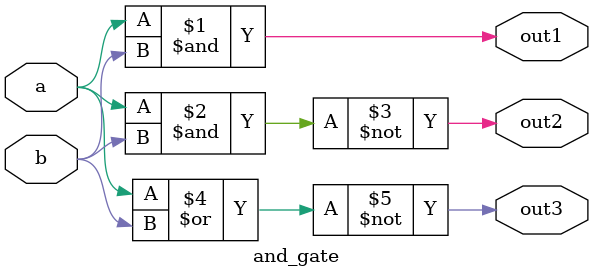
<source format=v>
module and_gate(input a,b,output out1,out2,out3);
and a1(out1,a,b);
nand a2(out2,a,b);
nor a3(out3,a,b);
endmodule



</source>
